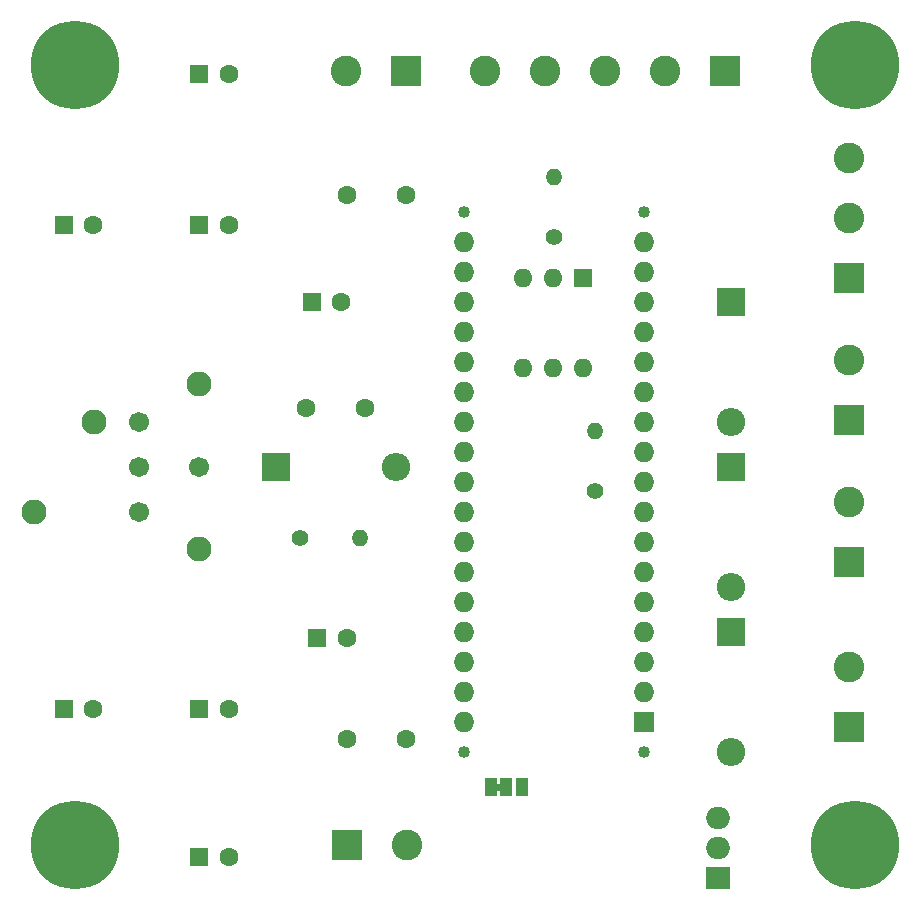
<source format=gbr>
%TF.GenerationSoftware,KiCad,Pcbnew,(5.1.9-0-10_14)*%
%TF.CreationDate,2021-06-30T23:09:00+02:00*%
%TF.ProjectId,kontroller,6b6f6e74-726f-46c6-9c65-722e6b696361,rev?*%
%TF.SameCoordinates,Original*%
%TF.FileFunction,Soldermask,Top*%
%TF.FilePolarity,Negative*%
%FSLAX46Y46*%
G04 Gerber Fmt 4.6, Leading zero omitted, Abs format (unit mm)*
G04 Created by KiCad (PCBNEW (5.1.9-0-10_14)) date 2021-06-30 23:09:00*
%MOMM*%
%LPD*%
G01*
G04 APERTURE LIST*
%ADD10C,2.600000*%
%ADD11R,2.600000X2.600000*%
%ADD12C,7.500000*%
%ADD13C,2.108200*%
%ADD14C,1.701800*%
%ADD15O,2.000000X1.905000*%
%ADD16R,2.000000X1.905000*%
%ADD17O,1.727200X1.727200*%
%ADD18C,1.016000*%
%ADD19R,1.727200X1.727200*%
%ADD20O,1.600000X1.600000*%
%ADD21R,1.600000X1.600000*%
%ADD22O,1.400000X1.400000*%
%ADD23C,1.400000*%
%ADD24R,1.000000X1.500000*%
%ADD25C,0.100000*%
%ADD26O,2.400000X2.400000*%
%ADD27R,2.400000X2.400000*%
%ADD28C,1.600000*%
G04 APERTURE END LIST*
D10*
%TO.C,LinearActuator101*%
X141680000Y-102500000D03*
X146760000Y-102500000D03*
X151840000Y-102500000D03*
X156920000Y-102500000D03*
D11*
X162000000Y-102500000D03*
%TD*%
D12*
%TO.C,H104*%
X107000000Y-168000000D03*
%TD*%
%TO.C,H103*%
X107000000Y-102000000D03*
%TD*%
%TO.C,H102*%
X173000000Y-168000000D03*
%TD*%
%TO.C,H101*%
X173000000Y-102000000D03*
%TD*%
D13*
%TO.C,J701*%
X108610000Y-132175000D03*
X103530000Y-139795000D03*
D14*
X112420000Y-135985000D03*
D13*
X117500000Y-142970000D03*
D14*
X112420000Y-139795000D03*
X117500000Y-135985000D03*
X112420000Y-132175000D03*
D13*
X117500000Y-129000000D03*
%TD*%
D15*
%TO.C,U102*%
X161400000Y-165720000D03*
X161400000Y-168260000D03*
D16*
X161400000Y-170800000D03*
%TD*%
D17*
%TO.C,XA101*%
X139880000Y-155020000D03*
X139880000Y-137240000D03*
X139880000Y-134700000D03*
X139880000Y-132160000D03*
X139880000Y-129620000D03*
X139880000Y-127080000D03*
X139880000Y-142320000D03*
X155120000Y-119460000D03*
X155120000Y-116920000D03*
X139880000Y-116920000D03*
X139880000Y-122000000D03*
D18*
X139880000Y-114380000D03*
D17*
X155120000Y-122000000D03*
X155120000Y-124540000D03*
X155120000Y-127080000D03*
X155120000Y-129620000D03*
X155120000Y-132160000D03*
X155120000Y-134700000D03*
X155120000Y-137240000D03*
X155120000Y-139780000D03*
X155120000Y-142320000D03*
X155120000Y-152480000D03*
X155120000Y-149940000D03*
X155120000Y-155020000D03*
X139880000Y-147400000D03*
X139880000Y-119460000D03*
X139880000Y-144860000D03*
X139880000Y-149940000D03*
X155120000Y-144860000D03*
X139880000Y-152480000D03*
X139880000Y-124540000D03*
X139880000Y-157560000D03*
D19*
X155120000Y-157560000D03*
D17*
X155120000Y-147400000D03*
X139880000Y-139780000D03*
D18*
X139880000Y-160100000D03*
X155120000Y-114380000D03*
X155120000Y-160100000D03*
%TD*%
D20*
%TO.C,U101*%
X150000000Y-127620000D03*
X144920000Y-120000000D03*
X147460000Y-127620000D03*
X147460000Y-120000000D03*
X144920000Y-127620000D03*
D21*
X150000000Y-120000000D03*
%TD*%
D22*
%TO.C,R701*%
X131080000Y-142000000D03*
D23*
X126000000Y-142000000D03*
%TD*%
D22*
%TO.C,R102*%
X147500000Y-111420000D03*
D23*
X147500000Y-116500000D03*
%TD*%
D22*
%TO.C,R101*%
X151000000Y-132920000D03*
D23*
X151000000Y-138000000D03*
%TD*%
D10*
%TO.C,OUT501*%
X172500000Y-152920000D03*
D11*
X172500000Y-158000000D03*
%TD*%
D10*
%TO.C,POWER801*%
X172500000Y-138920000D03*
D11*
X172500000Y-144000000D03*
%TD*%
D10*
%TO.C,POWER24*%
X129920000Y-102500000D03*
D11*
X135000000Y-102500000D03*
%TD*%
D10*
%TO.C,POWER5*%
X135080000Y-168000000D03*
D11*
X130000000Y-168000000D03*
%TD*%
D10*
%TO.C,OUT201*%
X172500000Y-126920000D03*
D11*
X172500000Y-132000000D03*
%TD*%
D24*
%TO.C,JP101*%
X143500000Y-163100000D03*
X144800000Y-163100000D03*
D25*
G36*
X142700000Y-162800000D02*
G01*
X143100000Y-162800000D01*
X143100000Y-163400000D01*
X142700000Y-163400000D01*
X142700000Y-163850000D01*
X141700000Y-163850000D01*
X141700000Y-162350000D01*
X142700000Y-162350000D01*
X142700000Y-162800000D01*
G37*
%TD*%
D10*
%TO.C,INDEX1*%
X172500000Y-109840000D03*
X172500000Y-114920000D03*
D11*
X172500000Y-120000000D03*
%TD*%
D26*
%TO.C,D901*%
X162500000Y-160160000D03*
D27*
X162500000Y-150000000D03*
%TD*%
D26*
%TO.C,D801*%
X162500000Y-146160000D03*
D27*
X162500000Y-136000000D03*
%TD*%
D26*
%TO.C,D701*%
X134160000Y-136000000D03*
D27*
X124000000Y-136000000D03*
%TD*%
D26*
%TO.C,D201*%
X162500000Y-132160000D03*
D27*
X162500000Y-122000000D03*
%TD*%
D28*
%TO.C,C701*%
X131500000Y-131000000D03*
X126500000Y-131000000D03*
%TD*%
%TO.C,C110*%
X120000000Y-102700000D03*
D21*
X117500000Y-102700000D03*
%TD*%
D28*
%TO.C,C109*%
X108500000Y-115500000D03*
D21*
X106000000Y-115500000D03*
%TD*%
D28*
%TO.C,C108*%
X129500000Y-122000000D03*
D21*
X127000000Y-122000000D03*
%TD*%
D28*
%TO.C,C107*%
X120000000Y-115500000D03*
D21*
X117500000Y-115500000D03*
%TD*%
D28*
%TO.C,C106*%
X130000000Y-113000000D03*
X135000000Y-113000000D03*
%TD*%
%TO.C,C105*%
X120000000Y-169000000D03*
D21*
X117500000Y-169000000D03*
%TD*%
D28*
%TO.C,C104*%
X130000000Y-150500000D03*
D21*
X127500000Y-150500000D03*
%TD*%
D28*
%TO.C,C103*%
X120000000Y-156500000D03*
D21*
X117500000Y-156500000D03*
%TD*%
D28*
%TO.C,C102*%
X108500000Y-156500000D03*
D21*
X106000000Y-156500000D03*
%TD*%
D28*
%TO.C,C101*%
X135000000Y-159000000D03*
X130000000Y-159000000D03*
%TD*%
M02*

</source>
